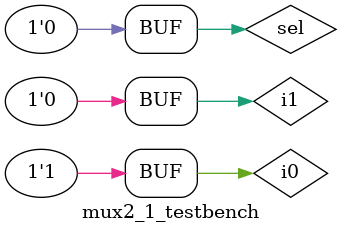
<source format=sv>
`timescale 1ps/1ps

module mux2_1(out, i0, i1, sel);
	output logic out;
	input logic i0, i1, sel;
	
	logic out0, out1, inv_sel;
	
	// assign out = (i1 & sel) | (i0 & ~sel); CORRECT CODE, down below is split up code
	not #50 n1(inv_sel, sel); 
	and #50 a0(out0, i0, inv_sel);
	and #50 a1(out1, i1, sel);
   or #50 o0(out, out0, out1);	
endmodule
 
module mux2_1_testbench();
	logic i0, i1, sel;
	logic out;
 
	mux2_1 dut(.out, .i0, .i1, .sel);
 
	initial begin
		sel=0; i0=1'b0; i1=1'b1; #150;
		sel=1; #150;
		i0=1'b1; i1=1'b0; #150;
		sel=0; #150; 
	end
	
endmodule
</source>
